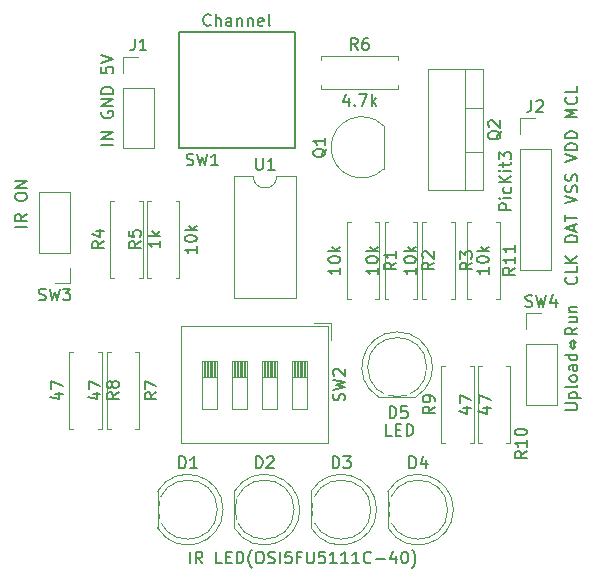
<source format=gto>
G04 #@! TF.GenerationSoftware,KiCad,Pcbnew,(5.0.0)*
G04 #@! TF.CreationDate,2019-08-04T18:11:21+09:00*
G04 #@! TF.ProjectId,ir_send_mod,69725F73656E645F6D6F642E6B696361,rev?*
G04 #@! TF.SameCoordinates,Original*
G04 #@! TF.FileFunction,Legend,Top*
G04 #@! TF.FilePolarity,Positive*
%FSLAX46Y46*%
G04 Gerber Fmt 4.6, Leading zero omitted, Abs format (unit mm)*
G04 Created by KiCad (PCBNEW (5.0.0)) date 08/04/19 18:11:21*
%MOMM*%
%LPD*%
G01*
G04 APERTURE LIST*
%ADD10C,0.150000*%
%ADD11C,0.200000*%
%ADD12C,0.120000*%
%ADD13C,3.600000*%
%ADD14R,2.000000X2.000000*%
%ADD15O,2.000000X2.000000*%
%ADD16C,2.200000*%
%ADD17R,2.200000X2.200000*%
%ADD18R,2.100000X2.100000*%
%ADD19O,2.100000X2.100000*%
%ADD20O,1.900000X1.450000*%
%ADD21R,1.900000X1.450000*%
%ADD22R,2.400000X2.305000*%
%ADD23O,2.400000X2.305000*%
%ADD24C,2.000000*%
%ADD25C,1.924000*%
%ADD26R,1.924000X1.924000*%
G04 APERTURE END LIST*
D10*
X71752380Y-62828571D02*
X70752380Y-62828571D01*
X70752380Y-62447619D01*
X70800000Y-62352380D01*
X70847619Y-62304761D01*
X70942857Y-62257142D01*
X71085714Y-62257142D01*
X71180952Y-62304761D01*
X71228571Y-62352380D01*
X71276190Y-62447619D01*
X71276190Y-62828571D01*
X71752380Y-61828571D02*
X71085714Y-61828571D01*
X70752380Y-61828571D02*
X70800000Y-61876190D01*
X70847619Y-61828571D01*
X70800000Y-61780952D01*
X70752380Y-61828571D01*
X70847619Y-61828571D01*
X71704761Y-60923809D02*
X71752380Y-61019047D01*
X71752380Y-61209523D01*
X71704761Y-61304761D01*
X71657142Y-61352380D01*
X71561904Y-61400000D01*
X71276190Y-61400000D01*
X71180952Y-61352380D01*
X71133333Y-61304761D01*
X71085714Y-61209523D01*
X71085714Y-61019047D01*
X71133333Y-60923809D01*
X71752380Y-60495238D02*
X70752380Y-60495238D01*
X71752380Y-59923809D02*
X71180952Y-60352380D01*
X70752380Y-59923809D02*
X71323809Y-60495238D01*
X71752380Y-59495238D02*
X71085714Y-59495238D01*
X70752380Y-59495238D02*
X70800000Y-59542857D01*
X70847619Y-59495238D01*
X70800000Y-59447619D01*
X70752380Y-59495238D01*
X70847619Y-59495238D01*
X71085714Y-59161904D02*
X71085714Y-58780952D01*
X70752380Y-59019047D02*
X71609523Y-59019047D01*
X71704761Y-58971428D01*
X71752380Y-58876190D01*
X71752380Y-58780952D01*
X70752380Y-58542857D02*
X70752380Y-57923809D01*
X71133333Y-58257142D01*
X71133333Y-58114285D01*
X71180952Y-58019047D01*
X71228571Y-57971428D01*
X71323809Y-57923809D01*
X71561904Y-57923809D01*
X71657142Y-57971428D01*
X71704761Y-58019047D01*
X71752380Y-58114285D01*
X71752380Y-58400000D01*
X71704761Y-58495238D01*
X71657142Y-58542857D01*
X77257142Y-68514285D02*
X77304761Y-68561904D01*
X77352380Y-68704761D01*
X77352380Y-68800000D01*
X77304761Y-68942857D01*
X77209523Y-69038095D01*
X77114285Y-69085714D01*
X76923809Y-69133333D01*
X76780952Y-69133333D01*
X76590476Y-69085714D01*
X76495238Y-69038095D01*
X76400000Y-68942857D01*
X76352380Y-68800000D01*
X76352380Y-68704761D01*
X76400000Y-68561904D01*
X76447619Y-68514285D01*
X77352380Y-67609523D02*
X77352380Y-68085714D01*
X76352380Y-68085714D01*
X77352380Y-67276190D02*
X76352380Y-67276190D01*
X77352380Y-66704761D02*
X76780952Y-67133333D01*
X76352380Y-66704761D02*
X76923809Y-67276190D01*
X77352380Y-65514285D02*
X76352380Y-65514285D01*
X76352380Y-65276190D01*
X76400000Y-65133333D01*
X76495238Y-65038095D01*
X76590476Y-64990476D01*
X76780952Y-64942857D01*
X76923809Y-64942857D01*
X77114285Y-64990476D01*
X77209523Y-65038095D01*
X77304761Y-65133333D01*
X77352380Y-65276190D01*
X77352380Y-65514285D01*
X77066666Y-64561904D02*
X77066666Y-64085714D01*
X77352380Y-64657142D02*
X76352380Y-64323809D01*
X77352380Y-63990476D01*
X76352380Y-63800000D02*
X76352380Y-63228571D01*
X77352380Y-63514285D02*
X76352380Y-63514285D01*
X76352380Y-62276190D02*
X77352380Y-61942857D01*
X76352380Y-61609523D01*
X77304761Y-61323809D02*
X77352380Y-61180952D01*
X77352380Y-60942857D01*
X77304761Y-60847619D01*
X77257142Y-60800000D01*
X77161904Y-60752380D01*
X77066666Y-60752380D01*
X76971428Y-60800000D01*
X76923809Y-60847619D01*
X76876190Y-60942857D01*
X76828571Y-61133333D01*
X76780952Y-61228571D01*
X76733333Y-61276190D01*
X76638095Y-61323809D01*
X76542857Y-61323809D01*
X76447619Y-61276190D01*
X76400000Y-61228571D01*
X76352380Y-61133333D01*
X76352380Y-60895238D01*
X76400000Y-60752380D01*
X77304761Y-60371428D02*
X77352380Y-60228571D01*
X77352380Y-59990476D01*
X77304761Y-59895238D01*
X77257142Y-59847619D01*
X77161904Y-59800000D01*
X77066666Y-59800000D01*
X76971428Y-59847619D01*
X76923809Y-59895238D01*
X76876190Y-59990476D01*
X76828571Y-60180952D01*
X76780952Y-60276190D01*
X76733333Y-60323809D01*
X76638095Y-60371428D01*
X76542857Y-60371428D01*
X76447619Y-60323809D01*
X76400000Y-60276190D01*
X76352380Y-60180952D01*
X76352380Y-59942857D01*
X76400000Y-59800000D01*
X76352380Y-58752380D02*
X77352380Y-58419047D01*
X76352380Y-58085714D01*
X77352380Y-57752380D02*
X76352380Y-57752380D01*
X76352380Y-57514285D01*
X76400000Y-57371428D01*
X76495238Y-57276190D01*
X76590476Y-57228571D01*
X76780952Y-57180952D01*
X76923809Y-57180952D01*
X77114285Y-57228571D01*
X77209523Y-57276190D01*
X77304761Y-57371428D01*
X77352380Y-57514285D01*
X77352380Y-57752380D01*
X77352380Y-56752380D02*
X76352380Y-56752380D01*
X76352380Y-56514285D01*
X76400000Y-56371428D01*
X76495238Y-56276190D01*
X76590476Y-56228571D01*
X76780952Y-56180952D01*
X76923809Y-56180952D01*
X77114285Y-56228571D01*
X77209523Y-56276190D01*
X77304761Y-56371428D01*
X77352380Y-56514285D01*
X77352380Y-56752380D01*
X77352380Y-54990476D02*
X76352380Y-54990476D01*
X77066666Y-54657142D01*
X76352380Y-54323809D01*
X77352380Y-54323809D01*
X77257142Y-53276190D02*
X77304761Y-53323809D01*
X77352380Y-53466666D01*
X77352380Y-53561904D01*
X77304761Y-53704761D01*
X77209523Y-53800000D01*
X77114285Y-53847619D01*
X76923809Y-53895238D01*
X76780952Y-53895238D01*
X76590476Y-53847619D01*
X76495238Y-53800000D01*
X76400000Y-53704761D01*
X76352380Y-53561904D01*
X76352380Y-53466666D01*
X76400000Y-53323809D01*
X76447619Y-53276190D01*
X77352380Y-52371428D02*
X77352380Y-52847619D01*
X76352380Y-52847619D01*
X76352380Y-79780952D02*
X77161904Y-79780952D01*
X77257142Y-79733333D01*
X77304761Y-79685714D01*
X77352380Y-79590476D01*
X77352380Y-79400000D01*
X77304761Y-79304761D01*
X77257142Y-79257142D01*
X77161904Y-79209523D01*
X76352380Y-79209523D01*
X76685714Y-78733333D02*
X77685714Y-78733333D01*
X76733333Y-78733333D02*
X76685714Y-78638095D01*
X76685714Y-78447619D01*
X76733333Y-78352380D01*
X76780952Y-78304761D01*
X76876190Y-78257142D01*
X77161904Y-78257142D01*
X77257142Y-78304761D01*
X77304761Y-78352380D01*
X77352380Y-78447619D01*
X77352380Y-78638095D01*
X77304761Y-78733333D01*
X77352380Y-77685714D02*
X77304761Y-77780952D01*
X77209523Y-77828571D01*
X76352380Y-77828571D01*
X77352380Y-77161904D02*
X77304761Y-77257142D01*
X77257142Y-77304761D01*
X77161904Y-77352380D01*
X76876190Y-77352380D01*
X76780952Y-77304761D01*
X76733333Y-77257142D01*
X76685714Y-77161904D01*
X76685714Y-77019047D01*
X76733333Y-76923809D01*
X76780952Y-76876190D01*
X76876190Y-76828571D01*
X77161904Y-76828571D01*
X77257142Y-76876190D01*
X77304761Y-76923809D01*
X77352380Y-77019047D01*
X77352380Y-77161904D01*
X77352380Y-75971428D02*
X76828571Y-75971428D01*
X76733333Y-76019047D01*
X76685714Y-76114285D01*
X76685714Y-76304761D01*
X76733333Y-76400000D01*
X77304761Y-75971428D02*
X77352380Y-76066666D01*
X77352380Y-76304761D01*
X77304761Y-76400000D01*
X77209523Y-76447619D01*
X77114285Y-76447619D01*
X77019047Y-76400000D01*
X76971428Y-76304761D01*
X76971428Y-76066666D01*
X76923809Y-75971428D01*
X77352380Y-75066666D02*
X76352380Y-75066666D01*
X77304761Y-75066666D02*
X77352380Y-75161904D01*
X77352380Y-75352380D01*
X77304761Y-75447619D01*
X77257142Y-75495238D01*
X77161904Y-75542857D01*
X76876190Y-75542857D01*
X76780952Y-75495238D01*
X76733333Y-75447619D01*
X76685714Y-75352380D01*
X76685714Y-75161904D01*
X76733333Y-75066666D01*
X77114285Y-74447619D02*
X77114285Y-73971428D01*
X76828571Y-74447619D02*
X76828571Y-73971428D01*
X77209523Y-74352380D02*
X76971428Y-74590476D01*
X76733333Y-74352380D01*
X76733333Y-74066666D02*
X76971428Y-73828571D01*
X77209523Y-74066666D01*
X77352380Y-72780952D02*
X76876190Y-73114285D01*
X77352380Y-73352380D02*
X76352380Y-73352380D01*
X76352380Y-72971428D01*
X76400000Y-72876190D01*
X76447619Y-72828571D01*
X76542857Y-72780952D01*
X76685714Y-72780952D01*
X76780952Y-72828571D01*
X76828571Y-72876190D01*
X76876190Y-72971428D01*
X76876190Y-73352380D01*
X76685714Y-71923809D02*
X77352380Y-71923809D01*
X76685714Y-72352380D02*
X77209523Y-72352380D01*
X77304761Y-72304761D01*
X77352380Y-72209523D01*
X77352380Y-72066666D01*
X77304761Y-71971428D01*
X77257142Y-71923809D01*
X76685714Y-71447619D02*
X77352380Y-71447619D01*
X76780952Y-71447619D02*
X76733333Y-71400000D01*
X76685714Y-71304761D01*
X76685714Y-71161904D01*
X76733333Y-71066666D01*
X76828571Y-71019047D01*
X77352380Y-71019047D01*
X30752380Y-64228571D02*
X29752380Y-64228571D01*
X30752380Y-63180952D02*
X30276190Y-63514285D01*
X30752380Y-63752380D02*
X29752380Y-63752380D01*
X29752380Y-63371428D01*
X29800000Y-63276190D01*
X29847619Y-63228571D01*
X29942857Y-63180952D01*
X30085714Y-63180952D01*
X30180952Y-63228571D01*
X30228571Y-63276190D01*
X30276190Y-63371428D01*
X30276190Y-63752380D01*
X29752380Y-61800000D02*
X29752380Y-61609523D01*
X29800000Y-61514285D01*
X29895238Y-61419047D01*
X30085714Y-61371428D01*
X30419047Y-61371428D01*
X30609523Y-61419047D01*
X30704761Y-61514285D01*
X30752380Y-61609523D01*
X30752380Y-61800000D01*
X30704761Y-61895238D01*
X30609523Y-61990476D01*
X30419047Y-62038095D01*
X30085714Y-62038095D01*
X29895238Y-61990476D01*
X29800000Y-61895238D01*
X29752380Y-61800000D01*
X30752380Y-60942857D02*
X29752380Y-60942857D01*
X30752380Y-60371428D01*
X29752380Y-60371428D01*
X46309523Y-47157142D02*
X46261904Y-47204761D01*
X46119047Y-47252380D01*
X46023809Y-47252380D01*
X45880952Y-47204761D01*
X45785714Y-47109523D01*
X45738095Y-47014285D01*
X45690476Y-46823809D01*
X45690476Y-46680952D01*
X45738095Y-46490476D01*
X45785714Y-46395238D01*
X45880952Y-46300000D01*
X46023809Y-46252380D01*
X46119047Y-46252380D01*
X46261904Y-46300000D01*
X46309523Y-46347619D01*
X46738095Y-47252380D02*
X46738095Y-46252380D01*
X47166666Y-47252380D02*
X47166666Y-46728571D01*
X47119047Y-46633333D01*
X47023809Y-46585714D01*
X46880952Y-46585714D01*
X46785714Y-46633333D01*
X46738095Y-46680952D01*
X48071428Y-47252380D02*
X48071428Y-46728571D01*
X48023809Y-46633333D01*
X47928571Y-46585714D01*
X47738095Y-46585714D01*
X47642857Y-46633333D01*
X48071428Y-47204761D02*
X47976190Y-47252380D01*
X47738095Y-47252380D01*
X47642857Y-47204761D01*
X47595238Y-47109523D01*
X47595238Y-47014285D01*
X47642857Y-46919047D01*
X47738095Y-46871428D01*
X47976190Y-46871428D01*
X48071428Y-46823809D01*
X48547619Y-46585714D02*
X48547619Y-47252380D01*
X48547619Y-46680952D02*
X48595238Y-46633333D01*
X48690476Y-46585714D01*
X48833333Y-46585714D01*
X48928571Y-46633333D01*
X48976190Y-46728571D01*
X48976190Y-47252380D01*
X49452380Y-46585714D02*
X49452380Y-47252380D01*
X49452380Y-46680952D02*
X49500000Y-46633333D01*
X49595238Y-46585714D01*
X49738095Y-46585714D01*
X49833333Y-46633333D01*
X49880952Y-46728571D01*
X49880952Y-47252380D01*
X50738095Y-47204761D02*
X50642857Y-47252380D01*
X50452380Y-47252380D01*
X50357142Y-47204761D01*
X50309523Y-47109523D01*
X50309523Y-46728571D01*
X50357142Y-46633333D01*
X50452380Y-46585714D01*
X50642857Y-46585714D01*
X50738095Y-46633333D01*
X50785714Y-46728571D01*
X50785714Y-46823809D01*
X50309523Y-46919047D01*
X51357142Y-47252380D02*
X51261904Y-47204761D01*
X51214285Y-47109523D01*
X51214285Y-46252380D01*
D11*
X61657142Y-81952380D02*
X61180952Y-81952380D01*
X61180952Y-80952380D01*
X61990476Y-81428571D02*
X62323809Y-81428571D01*
X62466666Y-81952380D02*
X61990476Y-81952380D01*
X61990476Y-80952380D01*
X62466666Y-80952380D01*
X62895238Y-81952380D02*
X62895238Y-80952380D01*
X63133333Y-80952380D01*
X63276190Y-81000000D01*
X63371428Y-81095238D01*
X63419047Y-81190476D01*
X63466666Y-81380952D01*
X63466666Y-81523809D01*
X63419047Y-81714285D01*
X63371428Y-81809523D01*
X63276190Y-81904761D01*
X63133333Y-81952380D01*
X62895238Y-81952380D01*
X44552380Y-92752380D02*
X44552380Y-91752380D01*
X45600000Y-92752380D02*
X45266666Y-92276190D01*
X45028571Y-92752380D02*
X45028571Y-91752380D01*
X45409523Y-91752380D01*
X45504761Y-91800000D01*
X45552380Y-91847619D01*
X45600000Y-91942857D01*
X45600000Y-92085714D01*
X45552380Y-92180952D01*
X45504761Y-92228571D01*
X45409523Y-92276190D01*
X45028571Y-92276190D01*
X47266666Y-92752380D02*
X46790476Y-92752380D01*
X46790476Y-91752380D01*
X47600000Y-92228571D02*
X47933333Y-92228571D01*
X48076190Y-92752380D02*
X47600000Y-92752380D01*
X47600000Y-91752380D01*
X48076190Y-91752380D01*
X48504761Y-92752380D02*
X48504761Y-91752380D01*
X48742857Y-91752380D01*
X48885714Y-91800000D01*
X48980952Y-91895238D01*
X49028571Y-91990476D01*
X49076190Y-92180952D01*
X49076190Y-92323809D01*
X49028571Y-92514285D01*
X48980952Y-92609523D01*
X48885714Y-92704761D01*
X48742857Y-92752380D01*
X48504761Y-92752380D01*
X49790476Y-93133333D02*
X49742857Y-93085714D01*
X49647619Y-92942857D01*
X49600000Y-92847619D01*
X49552380Y-92704761D01*
X49504761Y-92466666D01*
X49504761Y-92276190D01*
X49552380Y-92038095D01*
X49600000Y-91895238D01*
X49647619Y-91800000D01*
X49742857Y-91657142D01*
X49790476Y-91609523D01*
X50361904Y-91752380D02*
X50552380Y-91752380D01*
X50647619Y-91800000D01*
X50742857Y-91895238D01*
X50790476Y-92085714D01*
X50790476Y-92419047D01*
X50742857Y-92609523D01*
X50647619Y-92704761D01*
X50552380Y-92752380D01*
X50361904Y-92752380D01*
X50266666Y-92704761D01*
X50171428Y-92609523D01*
X50123809Y-92419047D01*
X50123809Y-92085714D01*
X50171428Y-91895238D01*
X50266666Y-91800000D01*
X50361904Y-91752380D01*
X51171428Y-92704761D02*
X51314285Y-92752380D01*
X51552380Y-92752380D01*
X51647619Y-92704761D01*
X51695238Y-92657142D01*
X51742857Y-92561904D01*
X51742857Y-92466666D01*
X51695238Y-92371428D01*
X51647619Y-92323809D01*
X51552380Y-92276190D01*
X51361904Y-92228571D01*
X51266666Y-92180952D01*
X51219047Y-92133333D01*
X51171428Y-92038095D01*
X51171428Y-91942857D01*
X51219047Y-91847619D01*
X51266666Y-91800000D01*
X51361904Y-91752380D01*
X51600000Y-91752380D01*
X51742857Y-91800000D01*
X52171428Y-92752380D02*
X52171428Y-91752380D01*
X53123809Y-91752380D02*
X52647619Y-91752380D01*
X52600000Y-92228571D01*
X52647619Y-92180952D01*
X52742857Y-92133333D01*
X52980952Y-92133333D01*
X53076190Y-92180952D01*
X53123809Y-92228571D01*
X53171428Y-92323809D01*
X53171428Y-92561904D01*
X53123809Y-92657142D01*
X53076190Y-92704761D01*
X52980952Y-92752380D01*
X52742857Y-92752380D01*
X52647619Y-92704761D01*
X52600000Y-92657142D01*
X53933333Y-92228571D02*
X53600000Y-92228571D01*
X53600000Y-92752380D02*
X53600000Y-91752380D01*
X54076190Y-91752380D01*
X54457142Y-91752380D02*
X54457142Y-92561904D01*
X54504761Y-92657142D01*
X54552380Y-92704761D01*
X54647619Y-92752380D01*
X54838095Y-92752380D01*
X54933333Y-92704761D01*
X54980952Y-92657142D01*
X55028571Y-92561904D01*
X55028571Y-91752380D01*
X55980952Y-91752380D02*
X55504761Y-91752380D01*
X55457142Y-92228571D01*
X55504761Y-92180952D01*
X55600000Y-92133333D01*
X55838095Y-92133333D01*
X55933333Y-92180952D01*
X55980952Y-92228571D01*
X56028571Y-92323809D01*
X56028571Y-92561904D01*
X55980952Y-92657142D01*
X55933333Y-92704761D01*
X55838095Y-92752380D01*
X55600000Y-92752380D01*
X55504761Y-92704761D01*
X55457142Y-92657142D01*
X56980952Y-92752380D02*
X56409523Y-92752380D01*
X56695238Y-92752380D02*
X56695238Y-91752380D01*
X56600000Y-91895238D01*
X56504761Y-91990476D01*
X56409523Y-92038095D01*
X57933333Y-92752380D02*
X57361904Y-92752380D01*
X57647619Y-92752380D02*
X57647619Y-91752380D01*
X57552380Y-91895238D01*
X57457142Y-91990476D01*
X57361904Y-92038095D01*
X58885714Y-92752380D02*
X58314285Y-92752380D01*
X58600000Y-92752380D02*
X58600000Y-91752380D01*
X58504761Y-91895238D01*
X58409523Y-91990476D01*
X58314285Y-92038095D01*
X59885714Y-92657142D02*
X59838095Y-92704761D01*
X59695238Y-92752380D01*
X59600000Y-92752380D01*
X59457142Y-92704761D01*
X59361904Y-92609523D01*
X59314285Y-92514285D01*
X59266666Y-92323809D01*
X59266666Y-92180952D01*
X59314285Y-91990476D01*
X59361904Y-91895238D01*
X59457142Y-91800000D01*
X59600000Y-91752380D01*
X59695238Y-91752380D01*
X59838095Y-91800000D01*
X59885714Y-91847619D01*
X60314285Y-92371428D02*
X61076190Y-92371428D01*
X61980952Y-92085714D02*
X61980952Y-92752380D01*
X61742857Y-91704761D02*
X61504761Y-92419047D01*
X62123809Y-92419047D01*
X62695238Y-91752380D02*
X62790476Y-91752380D01*
X62885714Y-91800000D01*
X62933333Y-91847619D01*
X62980952Y-91942857D01*
X63028571Y-92133333D01*
X63028571Y-92371428D01*
X62980952Y-92561904D01*
X62933333Y-92657142D01*
X62885714Y-92704761D01*
X62790476Y-92752380D01*
X62695238Y-92752380D01*
X62599999Y-92704761D01*
X62552380Y-92657142D01*
X62504761Y-92561904D01*
X62457142Y-92371428D01*
X62457142Y-92133333D01*
X62504761Y-91942857D01*
X62552380Y-91847619D01*
X62599999Y-91800000D01*
X62695238Y-91752380D01*
X63361904Y-93133333D02*
X63409523Y-93085714D01*
X63504761Y-92942857D01*
X63552380Y-92847619D01*
X63599999Y-92704761D01*
X63647619Y-92466666D01*
X63647619Y-92276190D01*
X63599999Y-92038095D01*
X63552380Y-91895238D01*
X63504761Y-91800000D01*
X63409523Y-91657142D01*
X63361904Y-91609523D01*
X38052380Y-57314285D02*
X37052380Y-57314285D01*
X38052380Y-56838095D02*
X37052380Y-56838095D01*
X38052380Y-56266666D01*
X37052380Y-56266666D01*
X37100000Y-54504761D02*
X37052380Y-54600000D01*
X37052380Y-54742857D01*
X37100000Y-54885714D01*
X37195238Y-54980952D01*
X37290476Y-55028571D01*
X37480952Y-55076190D01*
X37623809Y-55076190D01*
X37814285Y-55028571D01*
X37909523Y-54980952D01*
X38004761Y-54885714D01*
X38052380Y-54742857D01*
X38052380Y-54647619D01*
X38004761Y-54504761D01*
X37957142Y-54457142D01*
X37623809Y-54457142D01*
X37623809Y-54647619D01*
X38052380Y-54028571D02*
X37052380Y-54028571D01*
X38052380Y-53457142D01*
X37052380Y-53457142D01*
X38052380Y-52980952D02*
X37052380Y-52980952D01*
X37052380Y-52742857D01*
X37100000Y-52600000D01*
X37195238Y-52504761D01*
X37290476Y-52457142D01*
X37480952Y-52409523D01*
X37623809Y-52409523D01*
X37814285Y-52457142D01*
X37909523Y-52504761D01*
X38004761Y-52600000D01*
X38052380Y-52742857D01*
X38052380Y-52980952D01*
X37052380Y-50742857D02*
X37052380Y-51219047D01*
X37528571Y-51266666D01*
X37480952Y-51219047D01*
X37433333Y-51123809D01*
X37433333Y-50885714D01*
X37480952Y-50790476D01*
X37528571Y-50742857D01*
X37623809Y-50695238D01*
X37861904Y-50695238D01*
X37957142Y-50742857D01*
X38004761Y-50790476D01*
X38052380Y-50885714D01*
X38052380Y-51123809D01*
X38004761Y-51219047D01*
X37957142Y-51266666D01*
X37052380Y-50409523D02*
X38052380Y-50076190D01*
X37052380Y-49742857D01*
D12*
G04 #@! TO.C,SW2*
X56220000Y-72660000D02*
X56220000Y-82560000D01*
X43760000Y-72660000D02*
X43760000Y-82560000D01*
X56220000Y-72660000D02*
X43760000Y-72660000D01*
X56220000Y-82560000D02*
X43760000Y-82560000D01*
X56460000Y-72420000D02*
X56460000Y-73804000D01*
X56460000Y-72420000D02*
X55077000Y-72420000D01*
X54435000Y-75580000D02*
X53165000Y-75580000D01*
X53165000Y-75580000D02*
X53165000Y-79640000D01*
X53165000Y-79640000D02*
X54435000Y-79640000D01*
X54435000Y-79640000D02*
X54435000Y-75580000D01*
X54315000Y-75580000D02*
X54315000Y-76933333D01*
X54195000Y-75580000D02*
X54195000Y-76933333D01*
X54075000Y-75580000D02*
X54075000Y-76933333D01*
X53955000Y-75580000D02*
X53955000Y-76933333D01*
X53835000Y-75580000D02*
X53835000Y-76933333D01*
X53715000Y-75580000D02*
X53715000Y-76933333D01*
X53595000Y-75580000D02*
X53595000Y-76933333D01*
X53475000Y-75580000D02*
X53475000Y-76933333D01*
X53355000Y-75580000D02*
X53355000Y-76933333D01*
X53235000Y-75580000D02*
X53235000Y-76933333D01*
X54435000Y-76933333D02*
X53165000Y-76933333D01*
X51895000Y-75580000D02*
X50625000Y-75580000D01*
X50625000Y-75580000D02*
X50625000Y-79640000D01*
X50625000Y-79640000D02*
X51895000Y-79640000D01*
X51895000Y-79640000D02*
X51895000Y-75580000D01*
X51775000Y-75580000D02*
X51775000Y-76933333D01*
X51655000Y-75580000D02*
X51655000Y-76933333D01*
X51535000Y-75580000D02*
X51535000Y-76933333D01*
X51415000Y-75580000D02*
X51415000Y-76933333D01*
X51295000Y-75580000D02*
X51295000Y-76933333D01*
X51175000Y-75580000D02*
X51175000Y-76933333D01*
X51055000Y-75580000D02*
X51055000Y-76933333D01*
X50935000Y-75580000D02*
X50935000Y-76933333D01*
X50815000Y-75580000D02*
X50815000Y-76933333D01*
X50695000Y-75580000D02*
X50695000Y-76933333D01*
X51895000Y-76933333D02*
X50625000Y-76933333D01*
X49355000Y-75580000D02*
X48085000Y-75580000D01*
X48085000Y-75580000D02*
X48085000Y-79640000D01*
X48085000Y-79640000D02*
X49355000Y-79640000D01*
X49355000Y-79640000D02*
X49355000Y-75580000D01*
X49235000Y-75580000D02*
X49235000Y-76933333D01*
X49115000Y-75580000D02*
X49115000Y-76933333D01*
X48995000Y-75580000D02*
X48995000Y-76933333D01*
X48875000Y-75580000D02*
X48875000Y-76933333D01*
X48755000Y-75580000D02*
X48755000Y-76933333D01*
X48635000Y-75580000D02*
X48635000Y-76933333D01*
X48515000Y-75580000D02*
X48515000Y-76933333D01*
X48395000Y-75580000D02*
X48395000Y-76933333D01*
X48275000Y-75580000D02*
X48275000Y-76933333D01*
X48155000Y-75580000D02*
X48155000Y-76933333D01*
X49355000Y-76933333D02*
X48085000Y-76933333D01*
X46815000Y-75580000D02*
X45545000Y-75580000D01*
X45545000Y-75580000D02*
X45545000Y-79640000D01*
X45545000Y-79640000D02*
X46815000Y-79640000D01*
X46815000Y-79640000D02*
X46815000Y-75580000D01*
X46695000Y-75580000D02*
X46695000Y-76933333D01*
X46575000Y-75580000D02*
X46575000Y-76933333D01*
X46455000Y-75580000D02*
X46455000Y-76933333D01*
X46335000Y-75580000D02*
X46335000Y-76933333D01*
X46215000Y-75580000D02*
X46215000Y-76933333D01*
X46095000Y-75580000D02*
X46095000Y-76933333D01*
X45975000Y-75580000D02*
X45975000Y-76933333D01*
X45855000Y-75580000D02*
X45855000Y-76933333D01*
X45735000Y-75580000D02*
X45735000Y-76933333D01*
X45615000Y-75580000D02*
X45615000Y-76933333D01*
X46815000Y-76933333D02*
X45545000Y-76933333D01*
G04 #@! TO.C,D1*
X41810000Y-86655000D02*
X41810000Y-89745000D01*
X46870000Y-88200000D02*
G75*
G03X46870000Y-88200000I-2500000J0D01*
G01*
X47360000Y-88199538D02*
G75*
G02X41810000Y-89744830I-2990000J-462D01*
G01*
X47360000Y-88200462D02*
G75*
G03X41810000Y-86655170I-2990000J462D01*
G01*
G04 #@! TO.C,D2*
X53860000Y-88200462D02*
G75*
G03X48310000Y-86655170I-2990000J462D01*
G01*
X53860000Y-88199538D02*
G75*
G02X48310000Y-89744830I-2990000J-462D01*
G01*
X53370000Y-88200000D02*
G75*
G03X53370000Y-88200000I-2500000J0D01*
G01*
X48310000Y-86655000D02*
X48310000Y-89745000D01*
G04 #@! TO.C,D3*
X54810000Y-86655000D02*
X54810000Y-89745000D01*
X59870000Y-88200000D02*
G75*
G03X59870000Y-88200000I-2500000J0D01*
G01*
X60360000Y-88199538D02*
G75*
G02X54810000Y-89744830I-2990000J-462D01*
G01*
X60360000Y-88200462D02*
G75*
G03X54810000Y-86655170I-2990000J462D01*
G01*
G04 #@! TO.C,D4*
X66860000Y-88200462D02*
G75*
G03X61310000Y-86655170I-2990000J462D01*
G01*
X66860000Y-88199538D02*
G75*
G02X61310000Y-89744830I-2990000J-462D01*
G01*
X66370000Y-88200000D02*
G75*
G03X66370000Y-88200000I-2500000J0D01*
G01*
X61310000Y-86655000D02*
X61310000Y-89745000D01*
G04 #@! TO.C,D5*
X62100462Y-73140000D02*
G75*
G03X60555170Y-78690000I-462J-2990000D01*
G01*
X62099538Y-73140000D02*
G75*
G02X63644830Y-78690000I462J-2990000D01*
G01*
X64600000Y-76130000D02*
G75*
G03X64600000Y-76130000I-2500000J0D01*
G01*
X60555000Y-78690000D02*
X63645000Y-78690000D01*
G04 #@! TO.C,J1*
X38870000Y-57610000D02*
X41530000Y-57610000D01*
X38870000Y-52470000D02*
X38870000Y-57610000D01*
X41530000Y-52470000D02*
X41530000Y-57610000D01*
X38870000Y-52470000D02*
X41530000Y-52470000D01*
X38870000Y-51200000D02*
X38870000Y-49870000D01*
X38870000Y-49870000D02*
X40200000Y-49870000D01*
G04 #@! TO.C,Q1*
X60950000Y-59330000D02*
X60950000Y-55730000D01*
X60938478Y-59368478D02*
G75*
G02X56500000Y-57530000I-1838478J1838478D01*
G01*
X60938478Y-55691522D02*
G75*
G03X56500000Y-57530000I-1838478J-1838478D01*
G01*
G04 #@! TO.C,Q2*
X69370000Y-50920000D02*
X69370000Y-61160000D01*
X64729000Y-50920000D02*
X64729000Y-61160000D01*
X69370000Y-50920000D02*
X64729000Y-50920000D01*
X69370000Y-61160000D02*
X64729000Y-61160000D01*
X67860000Y-50920000D02*
X67860000Y-61160000D01*
X69370000Y-54190000D02*
X67860000Y-54190000D01*
X69370000Y-57891000D02*
X67860000Y-57891000D01*
G04 #@! TO.C,R1*
X60240000Y-63840000D02*
X60570000Y-63840000D01*
X60570000Y-63840000D02*
X60570000Y-70380000D01*
X60570000Y-70380000D02*
X60240000Y-70380000D01*
X58160000Y-63840000D02*
X57830000Y-63840000D01*
X57830000Y-63840000D02*
X57830000Y-70380000D01*
X57830000Y-70380000D02*
X58160000Y-70380000D01*
G04 #@! TO.C,R2*
X61030000Y-70380000D02*
X61360000Y-70380000D01*
X61030000Y-63840000D02*
X61030000Y-70380000D01*
X61360000Y-63840000D02*
X61030000Y-63840000D01*
X63770000Y-70380000D02*
X63440000Y-70380000D01*
X63770000Y-63840000D02*
X63770000Y-70380000D01*
X63440000Y-63840000D02*
X63770000Y-63840000D01*
G04 #@! TO.C,R3*
X64230000Y-70380000D02*
X64560000Y-70380000D01*
X64230000Y-63840000D02*
X64230000Y-70380000D01*
X64560000Y-63840000D02*
X64230000Y-63840000D01*
X66970000Y-70380000D02*
X66640000Y-70380000D01*
X66970000Y-63840000D02*
X66970000Y-70380000D01*
X66640000Y-63840000D02*
X66970000Y-63840000D01*
G04 #@! TO.C,R4*
X38160000Y-68580000D02*
X37830000Y-68580000D01*
X37830000Y-68580000D02*
X37830000Y-62040000D01*
X37830000Y-62040000D02*
X38160000Y-62040000D01*
X40240000Y-68580000D02*
X40570000Y-68580000D01*
X40570000Y-68580000D02*
X40570000Y-62040000D01*
X40570000Y-62040000D02*
X40240000Y-62040000D01*
G04 #@! TO.C,R5*
X41260000Y-68580000D02*
X40930000Y-68580000D01*
X40930000Y-68580000D02*
X40930000Y-62040000D01*
X40930000Y-62040000D02*
X41260000Y-62040000D01*
X43340000Y-68580000D02*
X43670000Y-68580000D01*
X43670000Y-68580000D02*
X43670000Y-62040000D01*
X43670000Y-62040000D02*
X43340000Y-62040000D01*
G04 #@! TO.C,R6*
X62180000Y-52570000D02*
X62180000Y-52240000D01*
X55640000Y-52570000D02*
X62180000Y-52570000D01*
X55640000Y-52240000D02*
X55640000Y-52570000D01*
X62180000Y-49830000D02*
X62180000Y-50160000D01*
X55640000Y-49830000D02*
X62180000Y-49830000D01*
X55640000Y-50160000D02*
X55640000Y-49830000D01*
G04 #@! TO.C,R7*
X39940000Y-74840000D02*
X40270000Y-74840000D01*
X40270000Y-74840000D02*
X40270000Y-81380000D01*
X40270000Y-81380000D02*
X39940000Y-81380000D01*
X37860000Y-74840000D02*
X37530000Y-74840000D01*
X37530000Y-74840000D02*
X37530000Y-81380000D01*
X37530000Y-81380000D02*
X37860000Y-81380000D01*
G04 #@! TO.C,R8*
X34330000Y-81380000D02*
X34660000Y-81380000D01*
X34330000Y-74840000D02*
X34330000Y-81380000D01*
X34660000Y-74840000D02*
X34330000Y-74840000D01*
X37070000Y-81380000D02*
X36740000Y-81380000D01*
X37070000Y-74840000D02*
X37070000Y-81380000D01*
X36740000Y-74840000D02*
X37070000Y-74840000D01*
G04 #@! TO.C,R10*
X71340000Y-76040000D02*
X71670000Y-76040000D01*
X71670000Y-76040000D02*
X71670000Y-82580000D01*
X71670000Y-82580000D02*
X71340000Y-82580000D01*
X69260000Y-76040000D02*
X68930000Y-76040000D01*
X68930000Y-76040000D02*
X68930000Y-82580000D01*
X68930000Y-82580000D02*
X69260000Y-82580000D01*
D10*
G04 #@! TO.C,SW1*
X53430000Y-47800000D02*
X53430000Y-57600000D01*
X53430000Y-57600000D02*
X43630000Y-57600000D01*
X43630000Y-57600000D02*
X43630000Y-47800000D01*
X43630000Y-47800000D02*
X53430000Y-47800000D01*
D12*
G04 #@! TO.C,U1*
X51910000Y-59970000D02*
G75*
G02X49910000Y-59970000I-1000000J0D01*
G01*
X49910000Y-59970000D02*
X48260000Y-59970000D01*
X48260000Y-59970000D02*
X48260000Y-70250000D01*
X48260000Y-70250000D02*
X53560000Y-70250000D01*
X53560000Y-70250000D02*
X53560000Y-59970000D01*
X53560000Y-59970000D02*
X51910000Y-59970000D01*
G04 #@! TO.C,R9*
X66160000Y-82580000D02*
X65830000Y-82580000D01*
X65830000Y-82580000D02*
X65830000Y-76040000D01*
X65830000Y-76040000D02*
X66160000Y-76040000D01*
X68240000Y-82580000D02*
X68570000Y-82580000D01*
X68570000Y-82580000D02*
X68570000Y-76040000D01*
X68570000Y-76040000D02*
X68240000Y-76040000D01*
G04 #@! TO.C,J2*
X72470000Y-67890000D02*
X75130000Y-67890000D01*
X72470000Y-57670000D02*
X72470000Y-67890000D01*
X75130000Y-57670000D02*
X75130000Y-67890000D01*
X72470000Y-57670000D02*
X75130000Y-57670000D01*
X72470000Y-56400000D02*
X72470000Y-55070000D01*
X72470000Y-55070000D02*
X73800000Y-55070000D01*
G04 #@! TO.C,R11*
X68360000Y-70360000D02*
X68030000Y-70360000D01*
X68030000Y-70360000D02*
X68030000Y-63820000D01*
X68030000Y-63820000D02*
X68360000Y-63820000D01*
X70440000Y-70360000D02*
X70770000Y-70360000D01*
X70770000Y-70360000D02*
X70770000Y-63820000D01*
X70770000Y-63820000D02*
X70440000Y-63820000D01*
G04 #@! TO.C,SW3*
X34430000Y-61290000D02*
X31770000Y-61290000D01*
X34430000Y-66430000D02*
X34430000Y-61290000D01*
X31770000Y-66430000D02*
X31770000Y-61290000D01*
X34430000Y-66430000D02*
X31770000Y-66430000D01*
X34430000Y-67700000D02*
X34430000Y-69030000D01*
X34430000Y-69030000D02*
X33100000Y-69030000D01*
G04 #@! TO.C,SW4*
X72970000Y-71570000D02*
X74300000Y-71570000D01*
X72970000Y-72900000D02*
X72970000Y-71570000D01*
X72970000Y-74170000D02*
X75630000Y-74170000D01*
X75630000Y-74170000D02*
X75630000Y-79310000D01*
X72970000Y-74170000D02*
X72970000Y-79310000D01*
X72970000Y-79310000D02*
X75630000Y-79310000D01*
G04 #@! TO.C,SW2*
D10*
X57624761Y-78943333D02*
X57672380Y-78800476D01*
X57672380Y-78562380D01*
X57624761Y-78467142D01*
X57577142Y-78419523D01*
X57481904Y-78371904D01*
X57386666Y-78371904D01*
X57291428Y-78419523D01*
X57243809Y-78467142D01*
X57196190Y-78562380D01*
X57148571Y-78752857D01*
X57100952Y-78848095D01*
X57053333Y-78895714D01*
X56958095Y-78943333D01*
X56862857Y-78943333D01*
X56767619Y-78895714D01*
X56720000Y-78848095D01*
X56672380Y-78752857D01*
X56672380Y-78514761D01*
X56720000Y-78371904D01*
X56672380Y-78038571D02*
X57672380Y-77800476D01*
X56958095Y-77610000D01*
X57672380Y-77419523D01*
X56672380Y-77181428D01*
X56767619Y-76848095D02*
X56720000Y-76800476D01*
X56672380Y-76705238D01*
X56672380Y-76467142D01*
X56720000Y-76371904D01*
X56767619Y-76324285D01*
X56862857Y-76276666D01*
X56958095Y-76276666D01*
X57100952Y-76324285D01*
X57672380Y-76895714D01*
X57672380Y-76276666D01*
G04 #@! TO.C,D1*
X43631904Y-84692380D02*
X43631904Y-83692380D01*
X43870000Y-83692380D01*
X44012857Y-83740000D01*
X44108095Y-83835238D01*
X44155714Y-83930476D01*
X44203333Y-84120952D01*
X44203333Y-84263809D01*
X44155714Y-84454285D01*
X44108095Y-84549523D01*
X44012857Y-84644761D01*
X43870000Y-84692380D01*
X43631904Y-84692380D01*
X45155714Y-84692380D02*
X44584285Y-84692380D01*
X44870000Y-84692380D02*
X44870000Y-83692380D01*
X44774761Y-83835238D01*
X44679523Y-83930476D01*
X44584285Y-83978095D01*
G04 #@! TO.C,D2*
X50131904Y-84692380D02*
X50131904Y-83692380D01*
X50370000Y-83692380D01*
X50512857Y-83740000D01*
X50608095Y-83835238D01*
X50655714Y-83930476D01*
X50703333Y-84120952D01*
X50703333Y-84263809D01*
X50655714Y-84454285D01*
X50608095Y-84549523D01*
X50512857Y-84644761D01*
X50370000Y-84692380D01*
X50131904Y-84692380D01*
X51084285Y-83787619D02*
X51131904Y-83740000D01*
X51227142Y-83692380D01*
X51465238Y-83692380D01*
X51560476Y-83740000D01*
X51608095Y-83787619D01*
X51655714Y-83882857D01*
X51655714Y-83978095D01*
X51608095Y-84120952D01*
X51036666Y-84692380D01*
X51655714Y-84692380D01*
G04 #@! TO.C,D3*
X56631904Y-84692380D02*
X56631904Y-83692380D01*
X56870000Y-83692380D01*
X57012857Y-83740000D01*
X57108095Y-83835238D01*
X57155714Y-83930476D01*
X57203333Y-84120952D01*
X57203333Y-84263809D01*
X57155714Y-84454285D01*
X57108095Y-84549523D01*
X57012857Y-84644761D01*
X56870000Y-84692380D01*
X56631904Y-84692380D01*
X57536666Y-83692380D02*
X58155714Y-83692380D01*
X57822380Y-84073333D01*
X57965238Y-84073333D01*
X58060476Y-84120952D01*
X58108095Y-84168571D01*
X58155714Y-84263809D01*
X58155714Y-84501904D01*
X58108095Y-84597142D01*
X58060476Y-84644761D01*
X57965238Y-84692380D01*
X57679523Y-84692380D01*
X57584285Y-84644761D01*
X57536666Y-84597142D01*
G04 #@! TO.C,D4*
X63131904Y-84692380D02*
X63131904Y-83692380D01*
X63370000Y-83692380D01*
X63512857Y-83740000D01*
X63608095Y-83835238D01*
X63655714Y-83930476D01*
X63703333Y-84120952D01*
X63703333Y-84263809D01*
X63655714Y-84454285D01*
X63608095Y-84549523D01*
X63512857Y-84644761D01*
X63370000Y-84692380D01*
X63131904Y-84692380D01*
X64560476Y-84025714D02*
X64560476Y-84692380D01*
X64322380Y-83644761D02*
X64084285Y-84359047D01*
X64703333Y-84359047D01*
G04 #@! TO.C,D5*
X61461904Y-80452380D02*
X61461904Y-79452380D01*
X61700000Y-79452380D01*
X61842857Y-79500000D01*
X61938095Y-79595238D01*
X61985714Y-79690476D01*
X62033333Y-79880952D01*
X62033333Y-80023809D01*
X61985714Y-80214285D01*
X61938095Y-80309523D01*
X61842857Y-80404761D01*
X61700000Y-80452380D01*
X61461904Y-80452380D01*
X62938095Y-79452380D02*
X62461904Y-79452380D01*
X62414285Y-79928571D01*
X62461904Y-79880952D01*
X62557142Y-79833333D01*
X62795238Y-79833333D01*
X62890476Y-79880952D01*
X62938095Y-79928571D01*
X62985714Y-80023809D01*
X62985714Y-80261904D01*
X62938095Y-80357142D01*
X62890476Y-80404761D01*
X62795238Y-80452380D01*
X62557142Y-80452380D01*
X62461904Y-80404761D01*
X62414285Y-80357142D01*
G04 #@! TO.C,J1*
X39866666Y-48322380D02*
X39866666Y-49036666D01*
X39819047Y-49179523D01*
X39723809Y-49274761D01*
X39580952Y-49322380D01*
X39485714Y-49322380D01*
X40866666Y-49322380D02*
X40295238Y-49322380D01*
X40580952Y-49322380D02*
X40580952Y-48322380D01*
X40485714Y-48465238D01*
X40390476Y-48560476D01*
X40295238Y-48608095D01*
G04 #@! TO.C,Q1*
X56087619Y-57625238D02*
X56040000Y-57720476D01*
X55944761Y-57815714D01*
X55801904Y-57958571D01*
X55754285Y-58053809D01*
X55754285Y-58149047D01*
X55992380Y-58101428D02*
X55944761Y-58196666D01*
X55849523Y-58291904D01*
X55659047Y-58339523D01*
X55325714Y-58339523D01*
X55135238Y-58291904D01*
X55040000Y-58196666D01*
X54992380Y-58101428D01*
X54992380Y-57910952D01*
X55040000Y-57815714D01*
X55135238Y-57720476D01*
X55325714Y-57672857D01*
X55659047Y-57672857D01*
X55849523Y-57720476D01*
X55944761Y-57815714D01*
X55992380Y-57910952D01*
X55992380Y-58101428D01*
X55992380Y-56720476D02*
X55992380Y-57291904D01*
X55992380Y-57006190D02*
X54992380Y-57006190D01*
X55135238Y-57101428D01*
X55230476Y-57196666D01*
X55278095Y-57291904D01*
G04 #@! TO.C,Q2*
X70917619Y-56135238D02*
X70870000Y-56230476D01*
X70774761Y-56325714D01*
X70631904Y-56468571D01*
X70584285Y-56563809D01*
X70584285Y-56659047D01*
X70822380Y-56611428D02*
X70774761Y-56706666D01*
X70679523Y-56801904D01*
X70489047Y-56849523D01*
X70155714Y-56849523D01*
X69965238Y-56801904D01*
X69870000Y-56706666D01*
X69822380Y-56611428D01*
X69822380Y-56420952D01*
X69870000Y-56325714D01*
X69965238Y-56230476D01*
X70155714Y-56182857D01*
X70489047Y-56182857D01*
X70679523Y-56230476D01*
X70774761Y-56325714D01*
X70822380Y-56420952D01*
X70822380Y-56611428D01*
X69917619Y-55801904D02*
X69870000Y-55754285D01*
X69822380Y-55659047D01*
X69822380Y-55420952D01*
X69870000Y-55325714D01*
X69917619Y-55278095D01*
X70012857Y-55230476D01*
X70108095Y-55230476D01*
X70250952Y-55278095D01*
X70822380Y-55849523D01*
X70822380Y-55230476D01*
G04 #@! TO.C,R1*
X62022380Y-67276666D02*
X61546190Y-67610000D01*
X62022380Y-67848095D02*
X61022380Y-67848095D01*
X61022380Y-67467142D01*
X61070000Y-67371904D01*
X61117619Y-67324285D01*
X61212857Y-67276666D01*
X61355714Y-67276666D01*
X61450952Y-67324285D01*
X61498571Y-67371904D01*
X61546190Y-67467142D01*
X61546190Y-67848095D01*
X62022380Y-66324285D02*
X62022380Y-66895714D01*
X62022380Y-66610000D02*
X61022380Y-66610000D01*
X61165238Y-66705238D01*
X61260476Y-66800476D01*
X61308095Y-66895714D01*
X57282380Y-67705238D02*
X57282380Y-68276666D01*
X57282380Y-67990952D02*
X56282380Y-67990952D01*
X56425238Y-68086190D01*
X56520476Y-68181428D01*
X56568095Y-68276666D01*
X56282380Y-67086190D02*
X56282380Y-66990952D01*
X56330000Y-66895714D01*
X56377619Y-66848095D01*
X56472857Y-66800476D01*
X56663333Y-66752857D01*
X56901428Y-66752857D01*
X57091904Y-66800476D01*
X57187142Y-66848095D01*
X57234761Y-66895714D01*
X57282380Y-66990952D01*
X57282380Y-67086190D01*
X57234761Y-67181428D01*
X57187142Y-67229047D01*
X57091904Y-67276666D01*
X56901428Y-67324285D01*
X56663333Y-67324285D01*
X56472857Y-67276666D01*
X56377619Y-67229047D01*
X56330000Y-67181428D01*
X56282380Y-67086190D01*
X57282380Y-66324285D02*
X56282380Y-66324285D01*
X56901428Y-66229047D02*
X57282380Y-65943333D01*
X56615714Y-65943333D02*
X56996666Y-66324285D01*
G04 #@! TO.C,R2*
X65222380Y-67276666D02*
X64746190Y-67610000D01*
X65222380Y-67848095D02*
X64222380Y-67848095D01*
X64222380Y-67467142D01*
X64270000Y-67371904D01*
X64317619Y-67324285D01*
X64412857Y-67276666D01*
X64555714Y-67276666D01*
X64650952Y-67324285D01*
X64698571Y-67371904D01*
X64746190Y-67467142D01*
X64746190Y-67848095D01*
X64317619Y-66895714D02*
X64270000Y-66848095D01*
X64222380Y-66752857D01*
X64222380Y-66514761D01*
X64270000Y-66419523D01*
X64317619Y-66371904D01*
X64412857Y-66324285D01*
X64508095Y-66324285D01*
X64650952Y-66371904D01*
X65222380Y-66943333D01*
X65222380Y-66324285D01*
X60482380Y-67705238D02*
X60482380Y-68276666D01*
X60482380Y-67990952D02*
X59482380Y-67990952D01*
X59625238Y-68086190D01*
X59720476Y-68181428D01*
X59768095Y-68276666D01*
X59482380Y-67086190D02*
X59482380Y-66990952D01*
X59530000Y-66895714D01*
X59577619Y-66848095D01*
X59672857Y-66800476D01*
X59863333Y-66752857D01*
X60101428Y-66752857D01*
X60291904Y-66800476D01*
X60387142Y-66848095D01*
X60434761Y-66895714D01*
X60482380Y-66990952D01*
X60482380Y-67086190D01*
X60434761Y-67181428D01*
X60387142Y-67229047D01*
X60291904Y-67276666D01*
X60101428Y-67324285D01*
X59863333Y-67324285D01*
X59672857Y-67276666D01*
X59577619Y-67229047D01*
X59530000Y-67181428D01*
X59482380Y-67086190D01*
X60482380Y-66324285D02*
X59482380Y-66324285D01*
X60101428Y-66229047D02*
X60482380Y-65943333D01*
X59815714Y-65943333D02*
X60196666Y-66324285D01*
G04 #@! TO.C,R3*
X68422380Y-67276666D02*
X67946190Y-67610000D01*
X68422380Y-67848095D02*
X67422380Y-67848095D01*
X67422380Y-67467142D01*
X67470000Y-67371904D01*
X67517619Y-67324285D01*
X67612857Y-67276666D01*
X67755714Y-67276666D01*
X67850952Y-67324285D01*
X67898571Y-67371904D01*
X67946190Y-67467142D01*
X67946190Y-67848095D01*
X67422380Y-66943333D02*
X67422380Y-66324285D01*
X67803333Y-66657619D01*
X67803333Y-66514761D01*
X67850952Y-66419523D01*
X67898571Y-66371904D01*
X67993809Y-66324285D01*
X68231904Y-66324285D01*
X68327142Y-66371904D01*
X68374761Y-66419523D01*
X68422380Y-66514761D01*
X68422380Y-66800476D01*
X68374761Y-66895714D01*
X68327142Y-66943333D01*
X63682380Y-67705238D02*
X63682380Y-68276666D01*
X63682380Y-67990952D02*
X62682380Y-67990952D01*
X62825238Y-68086190D01*
X62920476Y-68181428D01*
X62968095Y-68276666D01*
X62682380Y-67086190D02*
X62682380Y-66990952D01*
X62730000Y-66895714D01*
X62777619Y-66848095D01*
X62872857Y-66800476D01*
X63063333Y-66752857D01*
X63301428Y-66752857D01*
X63491904Y-66800476D01*
X63587142Y-66848095D01*
X63634761Y-66895714D01*
X63682380Y-66990952D01*
X63682380Y-67086190D01*
X63634761Y-67181428D01*
X63587142Y-67229047D01*
X63491904Y-67276666D01*
X63301428Y-67324285D01*
X63063333Y-67324285D01*
X62872857Y-67276666D01*
X62777619Y-67229047D01*
X62730000Y-67181428D01*
X62682380Y-67086190D01*
X63682380Y-66324285D02*
X62682380Y-66324285D01*
X63301428Y-66229047D02*
X63682380Y-65943333D01*
X63015714Y-65943333D02*
X63396666Y-66324285D01*
G04 #@! TO.C,R4*
X37282380Y-65476666D02*
X36806190Y-65810000D01*
X37282380Y-66048095D02*
X36282380Y-66048095D01*
X36282380Y-65667142D01*
X36330000Y-65571904D01*
X36377619Y-65524285D01*
X36472857Y-65476666D01*
X36615714Y-65476666D01*
X36710952Y-65524285D01*
X36758571Y-65571904D01*
X36806190Y-65667142D01*
X36806190Y-66048095D01*
X36615714Y-64619523D02*
X37282380Y-64619523D01*
X36234761Y-64857619D02*
X36949047Y-65095714D01*
X36949047Y-64476666D01*
X42022380Y-65429047D02*
X42022380Y-66000476D01*
X42022380Y-65714761D02*
X41022380Y-65714761D01*
X41165238Y-65810000D01*
X41260476Y-65905238D01*
X41308095Y-66000476D01*
X42022380Y-65000476D02*
X41022380Y-65000476D01*
X41641428Y-64905238D02*
X42022380Y-64619523D01*
X41355714Y-64619523D02*
X41736666Y-65000476D01*
G04 #@! TO.C,R5*
X40382380Y-65476666D02*
X39906190Y-65810000D01*
X40382380Y-66048095D02*
X39382380Y-66048095D01*
X39382380Y-65667142D01*
X39430000Y-65571904D01*
X39477619Y-65524285D01*
X39572857Y-65476666D01*
X39715714Y-65476666D01*
X39810952Y-65524285D01*
X39858571Y-65571904D01*
X39906190Y-65667142D01*
X39906190Y-66048095D01*
X39382380Y-64571904D02*
X39382380Y-65048095D01*
X39858571Y-65095714D01*
X39810952Y-65048095D01*
X39763333Y-64952857D01*
X39763333Y-64714761D01*
X39810952Y-64619523D01*
X39858571Y-64571904D01*
X39953809Y-64524285D01*
X40191904Y-64524285D01*
X40287142Y-64571904D01*
X40334761Y-64619523D01*
X40382380Y-64714761D01*
X40382380Y-64952857D01*
X40334761Y-65048095D01*
X40287142Y-65095714D01*
X45122380Y-65905238D02*
X45122380Y-66476666D01*
X45122380Y-66190952D02*
X44122380Y-66190952D01*
X44265238Y-66286190D01*
X44360476Y-66381428D01*
X44408095Y-66476666D01*
X44122380Y-65286190D02*
X44122380Y-65190952D01*
X44170000Y-65095714D01*
X44217619Y-65048095D01*
X44312857Y-65000476D01*
X44503333Y-64952857D01*
X44741428Y-64952857D01*
X44931904Y-65000476D01*
X45027142Y-65048095D01*
X45074761Y-65095714D01*
X45122380Y-65190952D01*
X45122380Y-65286190D01*
X45074761Y-65381428D01*
X45027142Y-65429047D01*
X44931904Y-65476666D01*
X44741428Y-65524285D01*
X44503333Y-65524285D01*
X44312857Y-65476666D01*
X44217619Y-65429047D01*
X44170000Y-65381428D01*
X44122380Y-65286190D01*
X45122380Y-64524285D02*
X44122380Y-64524285D01*
X44741428Y-64429047D02*
X45122380Y-64143333D01*
X44455714Y-64143333D02*
X44836666Y-64524285D01*
G04 #@! TO.C,R6*
X58743333Y-49282380D02*
X58410000Y-48806190D01*
X58171904Y-49282380D02*
X58171904Y-48282380D01*
X58552857Y-48282380D01*
X58648095Y-48330000D01*
X58695714Y-48377619D01*
X58743333Y-48472857D01*
X58743333Y-48615714D01*
X58695714Y-48710952D01*
X58648095Y-48758571D01*
X58552857Y-48806190D01*
X58171904Y-48806190D01*
X59600476Y-48282380D02*
X59410000Y-48282380D01*
X59314761Y-48330000D01*
X59267142Y-48377619D01*
X59171904Y-48520476D01*
X59124285Y-48710952D01*
X59124285Y-49091904D01*
X59171904Y-49187142D01*
X59219523Y-49234761D01*
X59314761Y-49282380D01*
X59505238Y-49282380D01*
X59600476Y-49234761D01*
X59648095Y-49187142D01*
X59695714Y-49091904D01*
X59695714Y-48853809D01*
X59648095Y-48758571D01*
X59600476Y-48710952D01*
X59505238Y-48663333D01*
X59314761Y-48663333D01*
X59219523Y-48710952D01*
X59171904Y-48758571D01*
X59124285Y-48853809D01*
X57981428Y-53355714D02*
X57981428Y-54022380D01*
X57743333Y-52974761D02*
X57505238Y-53689047D01*
X58124285Y-53689047D01*
X58505238Y-53927142D02*
X58552857Y-53974761D01*
X58505238Y-54022380D01*
X58457619Y-53974761D01*
X58505238Y-53927142D01*
X58505238Y-54022380D01*
X58886190Y-53022380D02*
X59552857Y-53022380D01*
X59124285Y-54022380D01*
X59933809Y-54022380D02*
X59933809Y-53022380D01*
X60029047Y-53641428D02*
X60314761Y-54022380D01*
X60314761Y-53355714D02*
X59933809Y-53736666D01*
G04 #@! TO.C,R7*
X41722380Y-78276666D02*
X41246190Y-78610000D01*
X41722380Y-78848095D02*
X40722380Y-78848095D01*
X40722380Y-78467142D01*
X40770000Y-78371904D01*
X40817619Y-78324285D01*
X40912857Y-78276666D01*
X41055714Y-78276666D01*
X41150952Y-78324285D01*
X41198571Y-78371904D01*
X41246190Y-78467142D01*
X41246190Y-78848095D01*
X40722380Y-77943333D02*
X40722380Y-77276666D01*
X41722380Y-77705238D01*
X36315714Y-78395714D02*
X36982380Y-78395714D01*
X35934761Y-78633809D02*
X36649047Y-78871904D01*
X36649047Y-78252857D01*
X35982380Y-77967142D02*
X35982380Y-77300476D01*
X36982380Y-77729047D01*
G04 #@! TO.C,R8*
X38522380Y-78276666D02*
X38046190Y-78610000D01*
X38522380Y-78848095D02*
X37522380Y-78848095D01*
X37522380Y-78467142D01*
X37570000Y-78371904D01*
X37617619Y-78324285D01*
X37712857Y-78276666D01*
X37855714Y-78276666D01*
X37950952Y-78324285D01*
X37998571Y-78371904D01*
X38046190Y-78467142D01*
X38046190Y-78848095D01*
X37950952Y-77705238D02*
X37903333Y-77800476D01*
X37855714Y-77848095D01*
X37760476Y-77895714D01*
X37712857Y-77895714D01*
X37617619Y-77848095D01*
X37570000Y-77800476D01*
X37522380Y-77705238D01*
X37522380Y-77514761D01*
X37570000Y-77419523D01*
X37617619Y-77371904D01*
X37712857Y-77324285D01*
X37760476Y-77324285D01*
X37855714Y-77371904D01*
X37903333Y-77419523D01*
X37950952Y-77514761D01*
X37950952Y-77705238D01*
X37998571Y-77800476D01*
X38046190Y-77848095D01*
X38141428Y-77895714D01*
X38331904Y-77895714D01*
X38427142Y-77848095D01*
X38474761Y-77800476D01*
X38522380Y-77705238D01*
X38522380Y-77514761D01*
X38474761Y-77419523D01*
X38427142Y-77371904D01*
X38331904Y-77324285D01*
X38141428Y-77324285D01*
X38046190Y-77371904D01*
X37998571Y-77419523D01*
X37950952Y-77514761D01*
X33115714Y-78395714D02*
X33782380Y-78395714D01*
X32734761Y-78633809D02*
X33449047Y-78871904D01*
X33449047Y-78252857D01*
X32782380Y-77967142D02*
X32782380Y-77300476D01*
X33782380Y-77729047D01*
G04 #@! TO.C,R10*
X73052380Y-83242857D02*
X72576190Y-83576190D01*
X73052380Y-83814285D02*
X72052380Y-83814285D01*
X72052380Y-83433333D01*
X72100000Y-83338095D01*
X72147619Y-83290476D01*
X72242857Y-83242857D01*
X72385714Y-83242857D01*
X72480952Y-83290476D01*
X72528571Y-83338095D01*
X72576190Y-83433333D01*
X72576190Y-83814285D01*
X73052380Y-82290476D02*
X73052380Y-82861904D01*
X73052380Y-82576190D02*
X72052380Y-82576190D01*
X72195238Y-82671428D01*
X72290476Y-82766666D01*
X72338095Y-82861904D01*
X72052380Y-81671428D02*
X72052380Y-81576190D01*
X72100000Y-81480952D01*
X72147619Y-81433333D01*
X72242857Y-81385714D01*
X72433333Y-81338095D01*
X72671428Y-81338095D01*
X72861904Y-81385714D01*
X72957142Y-81433333D01*
X73004761Y-81480952D01*
X73052380Y-81576190D01*
X73052380Y-81671428D01*
X73004761Y-81766666D01*
X72957142Y-81814285D01*
X72861904Y-81861904D01*
X72671428Y-81909523D01*
X72433333Y-81909523D01*
X72242857Y-81861904D01*
X72147619Y-81814285D01*
X72100000Y-81766666D01*
X72052380Y-81671428D01*
X67715714Y-79595714D02*
X68382380Y-79595714D01*
X67334761Y-79833809D02*
X68049047Y-80071904D01*
X68049047Y-79452857D01*
X67382380Y-79167142D02*
X67382380Y-78500476D01*
X68382380Y-78929047D01*
G04 #@! TO.C,SW1*
X44266666Y-59004761D02*
X44409523Y-59052380D01*
X44647619Y-59052380D01*
X44742857Y-59004761D01*
X44790476Y-58957142D01*
X44838095Y-58861904D01*
X44838095Y-58766666D01*
X44790476Y-58671428D01*
X44742857Y-58623809D01*
X44647619Y-58576190D01*
X44457142Y-58528571D01*
X44361904Y-58480952D01*
X44314285Y-58433333D01*
X44266666Y-58338095D01*
X44266666Y-58242857D01*
X44314285Y-58147619D01*
X44361904Y-58100000D01*
X44457142Y-58052380D01*
X44695238Y-58052380D01*
X44838095Y-58100000D01*
X45171428Y-58052380D02*
X45409523Y-59052380D01*
X45600000Y-58338095D01*
X45790476Y-59052380D01*
X46028571Y-58052380D01*
X46933333Y-59052380D02*
X46361904Y-59052380D01*
X46647619Y-59052380D02*
X46647619Y-58052380D01*
X46552380Y-58195238D01*
X46457142Y-58290476D01*
X46361904Y-58338095D01*
G04 #@! TO.C,U1*
X50148095Y-58422380D02*
X50148095Y-59231904D01*
X50195714Y-59327142D01*
X50243333Y-59374761D01*
X50338571Y-59422380D01*
X50529047Y-59422380D01*
X50624285Y-59374761D01*
X50671904Y-59327142D01*
X50719523Y-59231904D01*
X50719523Y-58422380D01*
X51719523Y-59422380D02*
X51148095Y-59422380D01*
X51433809Y-59422380D02*
X51433809Y-58422380D01*
X51338571Y-58565238D01*
X51243333Y-58660476D01*
X51148095Y-58708095D01*
G04 #@! TO.C,R9*
X65282380Y-79476666D02*
X64806190Y-79810000D01*
X65282380Y-80048095D02*
X64282380Y-80048095D01*
X64282380Y-79667142D01*
X64330000Y-79571904D01*
X64377619Y-79524285D01*
X64472857Y-79476666D01*
X64615714Y-79476666D01*
X64710952Y-79524285D01*
X64758571Y-79571904D01*
X64806190Y-79667142D01*
X64806190Y-80048095D01*
X65282380Y-79000476D02*
X65282380Y-78810000D01*
X65234761Y-78714761D01*
X65187142Y-78667142D01*
X65044285Y-78571904D01*
X64853809Y-78524285D01*
X64472857Y-78524285D01*
X64377619Y-78571904D01*
X64330000Y-78619523D01*
X64282380Y-78714761D01*
X64282380Y-78905238D01*
X64330000Y-79000476D01*
X64377619Y-79048095D01*
X64472857Y-79095714D01*
X64710952Y-79095714D01*
X64806190Y-79048095D01*
X64853809Y-79000476D01*
X64901428Y-78905238D01*
X64901428Y-78714761D01*
X64853809Y-78619523D01*
X64806190Y-78571904D01*
X64710952Y-78524285D01*
X69355714Y-79595714D02*
X70022380Y-79595714D01*
X68974761Y-79833809D02*
X69689047Y-80071904D01*
X69689047Y-79452857D01*
X69022380Y-79167142D02*
X69022380Y-78500476D01*
X70022380Y-78929047D01*
G04 #@! TO.C,J2*
X73466666Y-53522380D02*
X73466666Y-54236666D01*
X73419047Y-54379523D01*
X73323809Y-54474761D01*
X73180952Y-54522380D01*
X73085714Y-54522380D01*
X73895238Y-53617619D02*
X73942857Y-53570000D01*
X74038095Y-53522380D01*
X74276190Y-53522380D01*
X74371428Y-53570000D01*
X74419047Y-53617619D01*
X74466666Y-53712857D01*
X74466666Y-53808095D01*
X74419047Y-53950952D01*
X73847619Y-54522380D01*
X74466666Y-54522380D01*
G04 #@! TO.C,R11*
X72052380Y-67732857D02*
X71576190Y-68066190D01*
X72052380Y-68304285D02*
X71052380Y-68304285D01*
X71052380Y-67923333D01*
X71100000Y-67828095D01*
X71147619Y-67780476D01*
X71242857Y-67732857D01*
X71385714Y-67732857D01*
X71480952Y-67780476D01*
X71528571Y-67828095D01*
X71576190Y-67923333D01*
X71576190Y-68304285D01*
X72052380Y-66780476D02*
X72052380Y-67351904D01*
X72052380Y-67066190D02*
X71052380Y-67066190D01*
X71195238Y-67161428D01*
X71290476Y-67256666D01*
X71338095Y-67351904D01*
X72052380Y-65828095D02*
X72052380Y-66399523D01*
X72052380Y-66113809D02*
X71052380Y-66113809D01*
X71195238Y-66209047D01*
X71290476Y-66304285D01*
X71338095Y-66399523D01*
X69852380Y-67695238D02*
X69852380Y-68266666D01*
X69852380Y-67980952D02*
X68852380Y-67980952D01*
X68995238Y-68076190D01*
X69090476Y-68171428D01*
X69138095Y-68266666D01*
X68852380Y-67076190D02*
X68852380Y-66980952D01*
X68900000Y-66885714D01*
X68947619Y-66838095D01*
X69042857Y-66790476D01*
X69233333Y-66742857D01*
X69471428Y-66742857D01*
X69661904Y-66790476D01*
X69757142Y-66838095D01*
X69804761Y-66885714D01*
X69852380Y-66980952D01*
X69852380Y-67076190D01*
X69804761Y-67171428D01*
X69757142Y-67219047D01*
X69661904Y-67266666D01*
X69471428Y-67314285D01*
X69233333Y-67314285D01*
X69042857Y-67266666D01*
X68947619Y-67219047D01*
X68900000Y-67171428D01*
X68852380Y-67076190D01*
X69852380Y-66314285D02*
X68852380Y-66314285D01*
X69471428Y-66219047D02*
X69852380Y-65933333D01*
X69185714Y-65933333D02*
X69566666Y-66314285D01*
G04 #@! TO.C,SW3*
X31766666Y-70434761D02*
X31909523Y-70482380D01*
X32147619Y-70482380D01*
X32242857Y-70434761D01*
X32290476Y-70387142D01*
X32338095Y-70291904D01*
X32338095Y-70196666D01*
X32290476Y-70101428D01*
X32242857Y-70053809D01*
X32147619Y-70006190D01*
X31957142Y-69958571D01*
X31861904Y-69910952D01*
X31814285Y-69863333D01*
X31766666Y-69768095D01*
X31766666Y-69672857D01*
X31814285Y-69577619D01*
X31861904Y-69530000D01*
X31957142Y-69482380D01*
X32195238Y-69482380D01*
X32338095Y-69530000D01*
X32671428Y-69482380D02*
X32909523Y-70482380D01*
X33100000Y-69768095D01*
X33290476Y-70482380D01*
X33528571Y-69482380D01*
X33814285Y-69482380D02*
X34433333Y-69482380D01*
X34100000Y-69863333D01*
X34242857Y-69863333D01*
X34338095Y-69910952D01*
X34385714Y-69958571D01*
X34433333Y-70053809D01*
X34433333Y-70291904D01*
X34385714Y-70387142D01*
X34338095Y-70434761D01*
X34242857Y-70482380D01*
X33957142Y-70482380D01*
X33861904Y-70434761D01*
X33814285Y-70387142D01*
G04 #@! TO.C,SW4*
X72966666Y-70974761D02*
X73109523Y-71022380D01*
X73347619Y-71022380D01*
X73442857Y-70974761D01*
X73490476Y-70927142D01*
X73538095Y-70831904D01*
X73538095Y-70736666D01*
X73490476Y-70641428D01*
X73442857Y-70593809D01*
X73347619Y-70546190D01*
X73157142Y-70498571D01*
X73061904Y-70450952D01*
X73014285Y-70403333D01*
X72966666Y-70308095D01*
X72966666Y-70212857D01*
X73014285Y-70117619D01*
X73061904Y-70070000D01*
X73157142Y-70022380D01*
X73395238Y-70022380D01*
X73538095Y-70070000D01*
X73871428Y-70022380D02*
X74109523Y-71022380D01*
X74300000Y-70308095D01*
X74490476Y-71022380D01*
X74728571Y-70022380D01*
X75538095Y-70355714D02*
X75538095Y-71022380D01*
X75300000Y-69974761D02*
X75061904Y-70689047D01*
X75680952Y-70689047D01*
G04 #@! TD*
%LPC*%
D13*
G04 #@! TO.C,hole2*
X73600000Y-49500000D03*
G04 #@! TD*
G04 #@! TO.C,hole1*
X33600000Y-49500000D03*
G04 #@! TD*
G04 #@! TO.C,hole4*
X73600000Y-89500000D03*
G04 #@! TD*
G04 #@! TO.C,hole3*
X33600000Y-89500000D03*
G04 #@! TD*
D14*
G04 #@! TO.C,SW2*
X53800000Y-73800000D03*
D15*
X46180000Y-81420000D03*
X51260000Y-73800000D03*
X48720000Y-81420000D03*
X48720000Y-73800000D03*
X51260000Y-81420000D03*
X46180000Y-73800000D03*
X53800000Y-81420000D03*
G04 #@! TD*
D16*
G04 #@! TO.C,D1*
X45640000Y-88200000D03*
D17*
X43100000Y-88200000D03*
G04 #@! TD*
G04 #@! TO.C,D2*
X49600000Y-88200000D03*
D16*
X52140000Y-88200000D03*
G04 #@! TD*
G04 #@! TO.C,D3*
X58640000Y-88200000D03*
D17*
X56100000Y-88200000D03*
G04 #@! TD*
G04 #@! TO.C,D4*
X62600000Y-88200000D03*
D16*
X65140000Y-88200000D03*
G04 #@! TD*
D17*
G04 #@! TO.C,D5*
X62100000Y-77400000D03*
D16*
X62100000Y-74860000D03*
G04 #@! TD*
D18*
G04 #@! TO.C,J1*
X40200000Y-51200000D03*
D19*
X40200000Y-53740000D03*
X40200000Y-56280000D03*
G04 #@! TD*
D20*
G04 #@! TO.C,Q1*
X59100000Y-57530000D03*
X59100000Y-56260000D03*
D21*
X59100000Y-58800000D03*
G04 #@! TD*
D22*
G04 #@! TO.C,Q2*
X66100000Y-53500000D03*
D23*
X66100000Y-56040000D03*
X66100000Y-58580000D03*
G04 #@! TD*
D24*
G04 #@! TO.C,R1*
X59200000Y-63300000D03*
D15*
X59200000Y-70920000D03*
G04 #@! TD*
G04 #@! TO.C,R2*
X62400000Y-70920000D03*
D24*
X62400000Y-63300000D03*
G04 #@! TD*
D15*
G04 #@! TO.C,R3*
X65600000Y-70920000D03*
D24*
X65600000Y-63300000D03*
G04 #@! TD*
G04 #@! TO.C,R4*
X39200000Y-69120000D03*
D15*
X39200000Y-61500000D03*
G04 #@! TD*
D24*
G04 #@! TO.C,R5*
X42300000Y-69120000D03*
D15*
X42300000Y-61500000D03*
G04 #@! TD*
G04 #@! TO.C,R6*
X62720000Y-51200000D03*
D24*
X55100000Y-51200000D03*
G04 #@! TD*
G04 #@! TO.C,R7*
X38900000Y-74300000D03*
D15*
X38900000Y-81920000D03*
G04 #@! TD*
G04 #@! TO.C,R8*
X35700000Y-81920000D03*
D24*
X35700000Y-74300000D03*
G04 #@! TD*
G04 #@! TO.C,R10*
X70300000Y-75500000D03*
D15*
X70300000Y-83120000D03*
G04 #@! TD*
D25*
G04 #@! TO.C,SW1*
X52340000Y-50160000D03*
D26*
X52340000Y-55240000D03*
D25*
X44720000Y-50160000D03*
X44720000Y-55240000D03*
X44720000Y-52700000D03*
G04 #@! TD*
D14*
G04 #@! TO.C,U1*
X47100000Y-61300000D03*
D15*
X54720000Y-68920000D03*
X47100000Y-63840000D03*
X54720000Y-66380000D03*
X47100000Y-66380000D03*
X54720000Y-63840000D03*
X47100000Y-68920000D03*
X54720000Y-61300000D03*
G04 #@! TD*
D24*
G04 #@! TO.C,R9*
X67200000Y-83120000D03*
D15*
X67200000Y-75500000D03*
G04 #@! TD*
D18*
G04 #@! TO.C,J2*
X73800000Y-56400000D03*
D19*
X73800000Y-58940000D03*
X73800000Y-61480000D03*
X73800000Y-64020000D03*
X73800000Y-66560000D03*
G04 #@! TD*
D24*
G04 #@! TO.C,R11*
X69400000Y-70900000D03*
D15*
X69400000Y-63280000D03*
G04 #@! TD*
D18*
G04 #@! TO.C,SW3*
X33100000Y-67700000D03*
D19*
X33100000Y-65160000D03*
X33100000Y-62620000D03*
G04 #@! TD*
G04 #@! TO.C,SW4*
X74300000Y-77980000D03*
X74300000Y-75440000D03*
D18*
X74300000Y-72900000D03*
G04 #@! TD*
M02*

</source>
